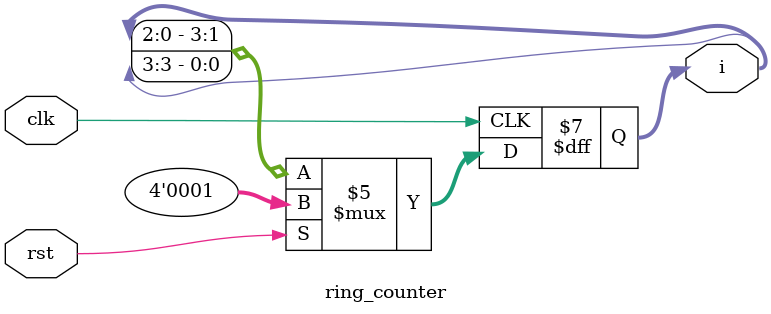
<source format=v>
`timescale 1ns / 1ps

module ring_counter(
    output [3:0] i,
    input rst,
    input clk
    );
	reg [3:0]i;
	
	initial begin
	i = 1;
	end
	
	always@(posedge clk) begin
		if(rst == 1)
			i = 1;
		else
			i = {i[2:0], i[3]};
	end

endmodule

</source>
